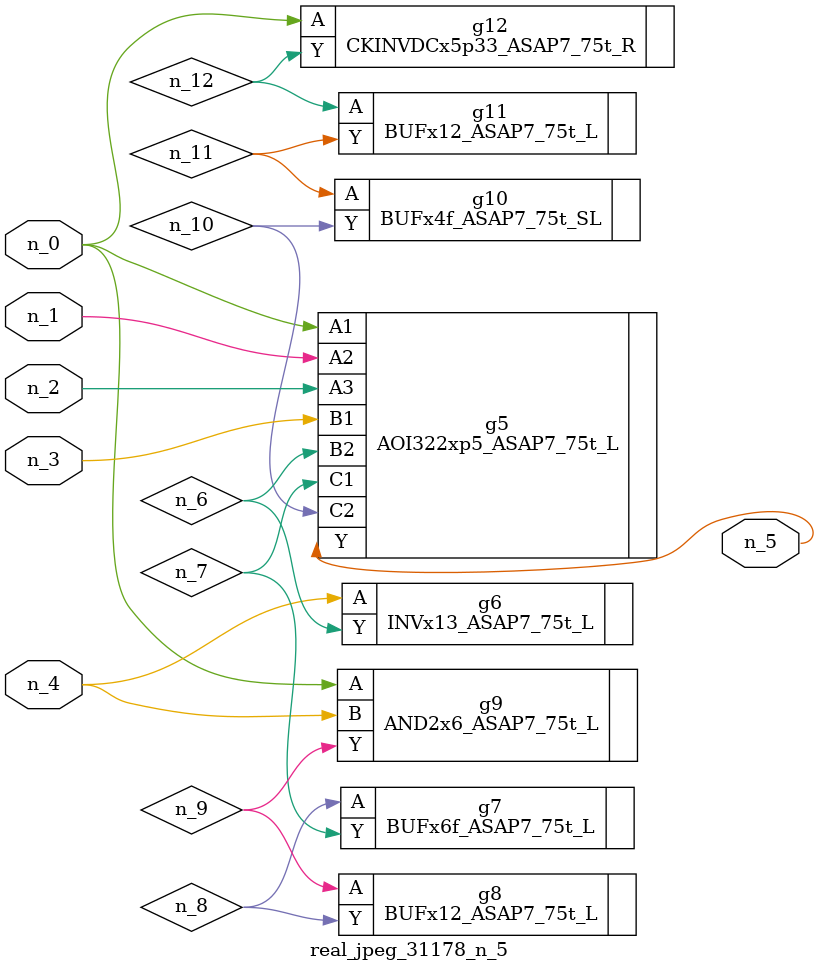
<source format=v>
module real_jpeg_31178_n_5 (n_4, n_0, n_1, n_2, n_3, n_5);

input n_4;
input n_0;
input n_1;
input n_2;
input n_3;

output n_5;

wire n_12;
wire n_8;
wire n_11;
wire n_6;
wire n_7;
wire n_10;
wire n_9;

AOI322xp5_ASAP7_75t_L g5 ( 
.A1(n_0),
.A2(n_1),
.A3(n_2),
.B1(n_3),
.B2(n_6),
.C1(n_7),
.C2(n_10),
.Y(n_5)
);

AND2x6_ASAP7_75t_L g9 ( 
.A(n_0),
.B(n_4),
.Y(n_9)
);

CKINVDCx5p33_ASAP7_75t_R g12 ( 
.A(n_0),
.Y(n_12)
);

INVx13_ASAP7_75t_L g6 ( 
.A(n_4),
.Y(n_6)
);

BUFx6f_ASAP7_75t_L g7 ( 
.A(n_8),
.Y(n_7)
);

BUFx12_ASAP7_75t_L g8 ( 
.A(n_9),
.Y(n_8)
);

BUFx4f_ASAP7_75t_SL g10 ( 
.A(n_11),
.Y(n_10)
);

BUFx12_ASAP7_75t_L g11 ( 
.A(n_12),
.Y(n_11)
);


endmodule
</source>
